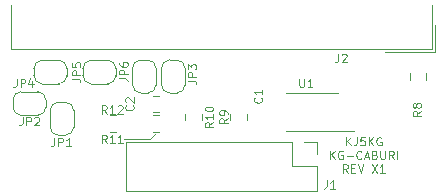
<source format=gbr>
%TF.GenerationSoftware,KiCad,Pcbnew,(5.1.6)-1*%
%TF.CreationDate,2021-02-17T18:40:25-08:00*%
%TF.ProjectId,kg-cable-asl,6b672d63-6162-46c6-952d-61736c2e6b69,rev?*%
%TF.SameCoordinates,Original*%
%TF.FileFunction,Legend,Top*%
%TF.FilePolarity,Positive*%
%FSLAX46Y46*%
G04 Gerber Fmt 4.6, Leading zero omitted, Abs format (unit mm)*
G04 Created by KiCad (PCBNEW (5.1.6)-1) date 2021-02-17 18:40:25*
%MOMM*%
%LPD*%
G01*
G04 APERTURE LIST*
%ADD10C,0.120000*%
%ADD11C,0.100000*%
G04 APERTURE END LIST*
D10*
X141750000Y-111750000D02*
X142250000Y-111250000D01*
X139500000Y-111750000D02*
X141750000Y-111750000D01*
D11*
X158316666Y-112266666D02*
X158316666Y-111566666D01*
X158716666Y-112266666D02*
X158416666Y-111866666D01*
X158716666Y-111566666D02*
X158316666Y-111966666D01*
X159216666Y-111566666D02*
X159216666Y-112066666D01*
X159183333Y-112166666D01*
X159116666Y-112233333D01*
X159016666Y-112266666D01*
X158950000Y-112266666D01*
X159883333Y-111566666D02*
X159550000Y-111566666D01*
X159516666Y-111900000D01*
X159550000Y-111866666D01*
X159616666Y-111833333D01*
X159783333Y-111833333D01*
X159850000Y-111866666D01*
X159883333Y-111900000D01*
X159916666Y-111966666D01*
X159916666Y-112133333D01*
X159883333Y-112200000D01*
X159850000Y-112233333D01*
X159783333Y-112266666D01*
X159616666Y-112266666D01*
X159550000Y-112233333D01*
X159516666Y-112200000D01*
X160216666Y-112266666D02*
X160216666Y-111566666D01*
X160616666Y-112266666D02*
X160316666Y-111866666D01*
X160616666Y-111566666D02*
X160216666Y-111966666D01*
X161283333Y-111600000D02*
X161216666Y-111566666D01*
X161116666Y-111566666D01*
X161016666Y-111600000D01*
X160950000Y-111666666D01*
X160916666Y-111733333D01*
X160883333Y-111866666D01*
X160883333Y-111966666D01*
X160916666Y-112100000D01*
X160950000Y-112166666D01*
X161016666Y-112233333D01*
X161116666Y-112266666D01*
X161183333Y-112266666D01*
X161283333Y-112233333D01*
X161316666Y-112200000D01*
X161316666Y-111966666D01*
X161183333Y-111966666D01*
X156950000Y-113416666D02*
X156950000Y-112716666D01*
X157350000Y-113416666D02*
X157050000Y-113016666D01*
X157350000Y-112716666D02*
X156950000Y-113116666D01*
X158016666Y-112750000D02*
X157950000Y-112716666D01*
X157850000Y-112716666D01*
X157750000Y-112750000D01*
X157683333Y-112816666D01*
X157650000Y-112883333D01*
X157616666Y-113016666D01*
X157616666Y-113116666D01*
X157650000Y-113250000D01*
X157683333Y-113316666D01*
X157750000Y-113383333D01*
X157850000Y-113416666D01*
X157916666Y-113416666D01*
X158016666Y-113383333D01*
X158050000Y-113350000D01*
X158050000Y-113116666D01*
X157916666Y-113116666D01*
X158350000Y-113150000D02*
X158883333Y-113150000D01*
X159616666Y-113350000D02*
X159583333Y-113383333D01*
X159483333Y-113416666D01*
X159416666Y-113416666D01*
X159316666Y-113383333D01*
X159250000Y-113316666D01*
X159216666Y-113250000D01*
X159183333Y-113116666D01*
X159183333Y-113016666D01*
X159216666Y-112883333D01*
X159250000Y-112816666D01*
X159316666Y-112750000D01*
X159416666Y-112716666D01*
X159483333Y-112716666D01*
X159583333Y-112750000D01*
X159616666Y-112783333D01*
X159883333Y-113216666D02*
X160216666Y-113216666D01*
X159816666Y-113416666D02*
X160050000Y-112716666D01*
X160283333Y-113416666D01*
X160750000Y-113050000D02*
X160850000Y-113083333D01*
X160883333Y-113116666D01*
X160916666Y-113183333D01*
X160916666Y-113283333D01*
X160883333Y-113350000D01*
X160850000Y-113383333D01*
X160783333Y-113416666D01*
X160516666Y-113416666D01*
X160516666Y-112716666D01*
X160750000Y-112716666D01*
X160816666Y-112750000D01*
X160850000Y-112783333D01*
X160883333Y-112850000D01*
X160883333Y-112916666D01*
X160850000Y-112983333D01*
X160816666Y-113016666D01*
X160750000Y-113050000D01*
X160516666Y-113050000D01*
X161216666Y-112716666D02*
X161216666Y-113283333D01*
X161250000Y-113350000D01*
X161283333Y-113383333D01*
X161350000Y-113416666D01*
X161483333Y-113416666D01*
X161550000Y-113383333D01*
X161583333Y-113350000D01*
X161616666Y-113283333D01*
X161616666Y-112716666D01*
X162350000Y-113416666D02*
X162116666Y-113083333D01*
X161950000Y-113416666D02*
X161950000Y-112716666D01*
X162216666Y-112716666D01*
X162283333Y-112750000D01*
X162316666Y-112783333D01*
X162350000Y-112850000D01*
X162350000Y-112950000D01*
X162316666Y-113016666D01*
X162283333Y-113050000D01*
X162216666Y-113083333D01*
X161950000Y-113083333D01*
X162650000Y-113416666D02*
X162650000Y-112716666D01*
X158466666Y-114566666D02*
X158233333Y-114233333D01*
X158066666Y-114566666D02*
X158066666Y-113866666D01*
X158333333Y-113866666D01*
X158400000Y-113900000D01*
X158433333Y-113933333D01*
X158466666Y-114000000D01*
X158466666Y-114100000D01*
X158433333Y-114166666D01*
X158400000Y-114200000D01*
X158333333Y-114233333D01*
X158066666Y-114233333D01*
X158766666Y-114200000D02*
X159000000Y-114200000D01*
X159100000Y-114566666D02*
X158766666Y-114566666D01*
X158766666Y-113866666D01*
X159100000Y-113866666D01*
X159300000Y-113866666D02*
X159533333Y-114566666D01*
X159766666Y-113866666D01*
X160466666Y-113866666D02*
X160933333Y-114566666D01*
X160933333Y-113866666D02*
X160466666Y-114566666D01*
X161566666Y-114566666D02*
X161166666Y-114566666D01*
X161366666Y-114566666D02*
X161366666Y-113866666D01*
X161300000Y-113966666D01*
X161233333Y-114033333D01*
X161166666Y-114066666D01*
D10*
%TO.C,R12*%
X138338748Y-109690000D02*
X138861252Y-109690000D01*
X138338748Y-111110000D02*
X138861252Y-111110000D01*
%TO.C,R11*%
X141988748Y-109690000D02*
X142511252Y-109690000D01*
X141988748Y-111110000D02*
X142511252Y-111110000D01*
%TO.C,C2*%
X142511252Y-109460000D02*
X141988748Y-109460000D01*
X142511252Y-108040000D02*
X141988748Y-108040000D01*
%TO.C,J1*%
X139712900Y-111970000D02*
X139712900Y-116090000D01*
X153772900Y-111970000D02*
X139712900Y-111970000D01*
X155832900Y-116090000D02*
X139712900Y-116090000D01*
X153772900Y-111970000D02*
X153772900Y-114030000D01*
X153772900Y-114030000D02*
X155832900Y-114030000D01*
X155832900Y-114030000D02*
X155832900Y-116090000D01*
X154772900Y-111970000D02*
X155832900Y-111970000D01*
X155832900Y-111970000D02*
X155832900Y-113030000D01*
%TO.C,R10*%
X146125000Y-109593748D02*
X146125000Y-110116252D01*
X144705000Y-109593748D02*
X144705000Y-110116252D01*
%TO.C,R9*%
X149935000Y-109593748D02*
X149935000Y-110116252D01*
X148515000Y-109593748D02*
X148515000Y-110116252D01*
%TO.C,R8*%
X163682900Y-106687252D02*
X163682900Y-106164748D01*
X165102900Y-106687252D02*
X165102900Y-106164748D01*
%TO.C,U1*%
X155400000Y-111010000D02*
X159000000Y-111010000D01*
X155400000Y-111010000D02*
X153200000Y-111010000D01*
X155400000Y-107790000D02*
X157600000Y-107790000D01*
X155400000Y-107790000D02*
X153200000Y-107790000D01*
%TO.C,JP6*%
X140224000Y-107126000D02*
X140224000Y-105726000D01*
X140924000Y-105026000D02*
X141524000Y-105026000D01*
X142224000Y-105726000D02*
X142224000Y-107126000D01*
X141524000Y-107826000D02*
X140924000Y-107826000D01*
X140924000Y-107826000D02*
G75*
G02*
X140224000Y-107126000I0J700000D01*
G01*
X142224000Y-107126000D02*
G75*
G02*
X141524000Y-107826000I-700000J0D01*
G01*
X141524000Y-105026000D02*
G75*
G02*
X142224000Y-105726000I0J-700000D01*
G01*
X140224000Y-105726000D02*
G75*
G02*
X140924000Y-105026000I700000J0D01*
G01*
%TO.C,JP5*%
X138127900Y-107045000D02*
X136727900Y-107045000D01*
X136027900Y-106345000D02*
X136027900Y-105745000D01*
X136727900Y-105045000D02*
X138127900Y-105045000D01*
X138827900Y-105745000D02*
X138827900Y-106345000D01*
X138827900Y-106345000D02*
G75*
G02*
X138127900Y-107045000I-700000J0D01*
G01*
X138127900Y-105045000D02*
G75*
G02*
X138827900Y-105745000I0J-700000D01*
G01*
X136027900Y-105745000D02*
G75*
G02*
X136727900Y-105045000I700000J0D01*
G01*
X136727900Y-107045000D02*
G75*
G02*
X136027900Y-106345000I0J700000D01*
G01*
%TO.C,JP4*%
X132572900Y-105045000D02*
X133972900Y-105045000D01*
X134672900Y-105745000D02*
X134672900Y-106345000D01*
X133972900Y-107045000D02*
X132572900Y-107045000D01*
X131872900Y-106345000D02*
X131872900Y-105745000D01*
X131872900Y-105745000D02*
G75*
G02*
X132572900Y-105045000I700000J0D01*
G01*
X132572900Y-107045000D02*
G75*
G02*
X131872900Y-106345000I0J700000D01*
G01*
X134672900Y-106345000D02*
G75*
G02*
X133972900Y-107045000I-700000J0D01*
G01*
X133972900Y-105045000D02*
G75*
G02*
X134672900Y-105745000I0J-700000D01*
G01*
%TO.C,JP3*%
X142673000Y-107126000D02*
X142673000Y-105726000D01*
X143373000Y-105026000D02*
X143973000Y-105026000D01*
X144673000Y-105726000D02*
X144673000Y-107126000D01*
X143973000Y-107826000D02*
X143373000Y-107826000D01*
X143373000Y-107826000D02*
G75*
G02*
X142673000Y-107126000I0J700000D01*
G01*
X144673000Y-107126000D02*
G75*
G02*
X143973000Y-107826000I-700000J0D01*
G01*
X143973000Y-105026000D02*
G75*
G02*
X144673000Y-105726000I0J-700000D01*
G01*
X142673000Y-105726000D02*
G75*
G02*
X143373000Y-105026000I700000J0D01*
G01*
%TO.C,JP2*%
X132200000Y-109712000D02*
X130800000Y-109712000D01*
X130100000Y-109012000D02*
X130100000Y-108412000D01*
X130800000Y-107712000D02*
X132200000Y-107712000D01*
X132900000Y-108412000D02*
X132900000Y-109012000D01*
X132900000Y-109012000D02*
G75*
G02*
X132200000Y-109712000I-700000J0D01*
G01*
X132200000Y-107712000D02*
G75*
G02*
X132900000Y-108412000I0J-700000D01*
G01*
X130100000Y-108412000D02*
G75*
G02*
X130800000Y-107712000I700000J0D01*
G01*
X130800000Y-109712000D02*
G75*
G02*
X130100000Y-109012000I0J700000D01*
G01*
%TO.C,JP1*%
X133250000Y-110700000D02*
X133250000Y-109300000D01*
X133950000Y-108600000D02*
X134550000Y-108600000D01*
X135250000Y-109300000D02*
X135250000Y-110700000D01*
X134550000Y-111400000D02*
X133950000Y-111400000D01*
X133950000Y-111400000D02*
G75*
G02*
X133250000Y-110700000I0J700000D01*
G01*
X135250000Y-110700000D02*
G75*
G02*
X134550000Y-111400000I-700000J0D01*
G01*
X134550000Y-108600000D02*
G75*
G02*
X135250000Y-109300000I0J-700000D01*
G01*
X133250000Y-109300000D02*
G75*
G02*
X133950000Y-108600000I700000J0D01*
G01*
%TO.C,J2*%
X165816233Y-104348000D02*
X161622900Y-104348000D01*
X165816233Y-102108000D02*
X165816233Y-104348000D01*
X165576233Y-104108000D02*
X165576233Y-100368000D01*
X129969567Y-104108000D02*
X165576233Y-104108000D01*
X129969567Y-100368000D02*
X129969567Y-104108000D01*
%TO.C,R12*%
D11*
X138050000Y-109566666D02*
X137816666Y-109233333D01*
X137650000Y-109566666D02*
X137650000Y-108866666D01*
X137916666Y-108866666D01*
X137983333Y-108900000D01*
X138016666Y-108933333D01*
X138050000Y-109000000D01*
X138050000Y-109100000D01*
X138016666Y-109166666D01*
X137983333Y-109200000D01*
X137916666Y-109233333D01*
X137650000Y-109233333D01*
X138716666Y-109566666D02*
X138316666Y-109566666D01*
X138516666Y-109566666D02*
X138516666Y-108866666D01*
X138450000Y-108966666D01*
X138383333Y-109033333D01*
X138316666Y-109066666D01*
X138983333Y-108933333D02*
X139016666Y-108900000D01*
X139083333Y-108866666D01*
X139250000Y-108866666D01*
X139316666Y-108900000D01*
X139350000Y-108933333D01*
X139383333Y-109000000D01*
X139383333Y-109066666D01*
X139350000Y-109166666D01*
X138950000Y-109566666D01*
X139383333Y-109566666D01*
%TO.C,R11*%
X138050000Y-112066666D02*
X137816666Y-111733333D01*
X137650000Y-112066666D02*
X137650000Y-111366666D01*
X137916666Y-111366666D01*
X137983333Y-111400000D01*
X138016666Y-111433333D01*
X138050000Y-111500000D01*
X138050000Y-111600000D01*
X138016666Y-111666666D01*
X137983333Y-111700000D01*
X137916666Y-111733333D01*
X137650000Y-111733333D01*
X138716666Y-112066666D02*
X138316666Y-112066666D01*
X138516666Y-112066666D02*
X138516666Y-111366666D01*
X138450000Y-111466666D01*
X138383333Y-111533333D01*
X138316666Y-111566666D01*
X139383333Y-112066666D02*
X138983333Y-112066666D01*
X139183333Y-112066666D02*
X139183333Y-111366666D01*
X139116666Y-111466666D01*
X139050000Y-111533333D01*
X138983333Y-111566666D01*
%TO.C,C2*%
X140250000Y-108866666D02*
X140283333Y-108900000D01*
X140316666Y-109000000D01*
X140316666Y-109066666D01*
X140283333Y-109166666D01*
X140216666Y-109233333D01*
X140150000Y-109266666D01*
X140016666Y-109300000D01*
X139916666Y-109300000D01*
X139783333Y-109266666D01*
X139716666Y-109233333D01*
X139650000Y-109166666D01*
X139616666Y-109066666D01*
X139616666Y-109000000D01*
X139650000Y-108900000D01*
X139683333Y-108866666D01*
X139683333Y-108600000D02*
X139650000Y-108566666D01*
X139616666Y-108500000D01*
X139616666Y-108333333D01*
X139650000Y-108266666D01*
X139683333Y-108233333D01*
X139750000Y-108200000D01*
X139816666Y-108200000D01*
X139916666Y-108233333D01*
X140316666Y-108633333D01*
X140316666Y-108200000D01*
%TO.C,J1*%
X156666666Y-115216666D02*
X156666666Y-115716666D01*
X156633333Y-115816666D01*
X156566666Y-115883333D01*
X156466666Y-115916666D01*
X156400000Y-115916666D01*
X157366666Y-115916666D02*
X156966666Y-115916666D01*
X157166666Y-115916666D02*
X157166666Y-115216666D01*
X157100000Y-115316666D01*
X157033333Y-115383333D01*
X156966666Y-115416666D01*
%TO.C,R10*%
X147066666Y-110305000D02*
X146733333Y-110538333D01*
X147066666Y-110705000D02*
X146366666Y-110705000D01*
X146366666Y-110438333D01*
X146400000Y-110371666D01*
X146433333Y-110338333D01*
X146500000Y-110305000D01*
X146600000Y-110305000D01*
X146666666Y-110338333D01*
X146700000Y-110371666D01*
X146733333Y-110438333D01*
X146733333Y-110705000D01*
X147066666Y-109638333D02*
X147066666Y-110038333D01*
X147066666Y-109838333D02*
X146366666Y-109838333D01*
X146466666Y-109905000D01*
X146533333Y-109971666D01*
X146566666Y-110038333D01*
X146366666Y-109205000D02*
X146366666Y-109138333D01*
X146400000Y-109071666D01*
X146433333Y-109038333D01*
X146500000Y-109005000D01*
X146633333Y-108971666D01*
X146800000Y-108971666D01*
X146933333Y-109005000D01*
X147000000Y-109038333D01*
X147033333Y-109071666D01*
X147066666Y-109138333D01*
X147066666Y-109205000D01*
X147033333Y-109271666D01*
X147000000Y-109305000D01*
X146933333Y-109338333D01*
X146800000Y-109371666D01*
X146633333Y-109371666D01*
X146500000Y-109338333D01*
X146433333Y-109305000D01*
X146400000Y-109271666D01*
X146366666Y-109205000D01*
%TO.C,R9*%
X148271666Y-109971666D02*
X147938333Y-110205000D01*
X148271666Y-110371666D02*
X147571666Y-110371666D01*
X147571666Y-110105000D01*
X147605000Y-110038333D01*
X147638333Y-110005000D01*
X147705000Y-109971666D01*
X147805000Y-109971666D01*
X147871666Y-110005000D01*
X147905000Y-110038333D01*
X147938333Y-110105000D01*
X147938333Y-110371666D01*
X148271666Y-109638333D02*
X148271666Y-109505000D01*
X148238333Y-109438333D01*
X148205000Y-109405000D01*
X148105000Y-109338333D01*
X147971666Y-109305000D01*
X147705000Y-109305000D01*
X147638333Y-109338333D01*
X147605000Y-109371666D01*
X147571666Y-109438333D01*
X147571666Y-109571666D01*
X147605000Y-109638333D01*
X147638333Y-109671666D01*
X147705000Y-109705000D01*
X147871666Y-109705000D01*
X147938333Y-109671666D01*
X147971666Y-109638333D01*
X148005000Y-109571666D01*
X148005000Y-109438333D01*
X147971666Y-109371666D01*
X147938333Y-109338333D01*
X147871666Y-109305000D01*
%TO.C,R8*%
X164654666Y-109336666D02*
X164321333Y-109570000D01*
X164654666Y-109736666D02*
X163954666Y-109736666D01*
X163954666Y-109470000D01*
X163988000Y-109403333D01*
X164021333Y-109370000D01*
X164088000Y-109336666D01*
X164188000Y-109336666D01*
X164254666Y-109370000D01*
X164288000Y-109403333D01*
X164321333Y-109470000D01*
X164321333Y-109736666D01*
X164254666Y-108936666D02*
X164221333Y-109003333D01*
X164188000Y-109036666D01*
X164121333Y-109070000D01*
X164088000Y-109070000D01*
X164021333Y-109036666D01*
X163988000Y-109003333D01*
X163954666Y-108936666D01*
X163954666Y-108803333D01*
X163988000Y-108736666D01*
X164021333Y-108703333D01*
X164088000Y-108670000D01*
X164121333Y-108670000D01*
X164188000Y-108703333D01*
X164221333Y-108736666D01*
X164254666Y-108803333D01*
X164254666Y-108936666D01*
X164288000Y-109003333D01*
X164321333Y-109036666D01*
X164388000Y-109070000D01*
X164521333Y-109070000D01*
X164588000Y-109036666D01*
X164621333Y-109003333D01*
X164654666Y-108936666D01*
X164654666Y-108803333D01*
X164621333Y-108736666D01*
X164588000Y-108703333D01*
X164521333Y-108670000D01*
X164388000Y-108670000D01*
X164321333Y-108703333D01*
X164288000Y-108736666D01*
X164254666Y-108803333D01*
%TO.C,C1*%
X151150000Y-108216666D02*
X151183333Y-108250000D01*
X151216666Y-108350000D01*
X151216666Y-108416666D01*
X151183333Y-108516666D01*
X151116666Y-108583333D01*
X151050000Y-108616666D01*
X150916666Y-108650000D01*
X150816666Y-108650000D01*
X150683333Y-108616666D01*
X150616666Y-108583333D01*
X150550000Y-108516666D01*
X150516666Y-108416666D01*
X150516666Y-108350000D01*
X150550000Y-108250000D01*
X150583333Y-108216666D01*
X151216666Y-107550000D02*
X151216666Y-107950000D01*
X151216666Y-107750000D02*
X150516666Y-107750000D01*
X150616666Y-107816666D01*
X150683333Y-107883333D01*
X150716666Y-107950000D01*
%TO.C,U1*%
X154366666Y-106616666D02*
X154366666Y-107183333D01*
X154400000Y-107250000D01*
X154433333Y-107283333D01*
X154500000Y-107316666D01*
X154633333Y-107316666D01*
X154700000Y-107283333D01*
X154733333Y-107250000D01*
X154766666Y-107183333D01*
X154766666Y-106616666D01*
X155466666Y-107316666D02*
X155066666Y-107316666D01*
X155266666Y-107316666D02*
X155266666Y-106616666D01*
X155200000Y-106716666D01*
X155133333Y-106783333D01*
X155066666Y-106816666D01*
%TO.C,JP6*%
X139116666Y-106583333D02*
X139616666Y-106583333D01*
X139716666Y-106616666D01*
X139783333Y-106683333D01*
X139816666Y-106783333D01*
X139816666Y-106850000D01*
X139816666Y-106250000D02*
X139116666Y-106250000D01*
X139116666Y-105983333D01*
X139150000Y-105916666D01*
X139183333Y-105883333D01*
X139250000Y-105850000D01*
X139350000Y-105850000D01*
X139416666Y-105883333D01*
X139450000Y-105916666D01*
X139483333Y-105983333D01*
X139483333Y-106250000D01*
X139116666Y-105250000D02*
X139116666Y-105383333D01*
X139150000Y-105450000D01*
X139183333Y-105483333D01*
X139283333Y-105550000D01*
X139416666Y-105583333D01*
X139683333Y-105583333D01*
X139750000Y-105550000D01*
X139783333Y-105516666D01*
X139816666Y-105450000D01*
X139816666Y-105316666D01*
X139783333Y-105250000D01*
X139750000Y-105216666D01*
X139683333Y-105183333D01*
X139516666Y-105183333D01*
X139450000Y-105216666D01*
X139416666Y-105250000D01*
X139383333Y-105316666D01*
X139383333Y-105450000D01*
X139416666Y-105516666D01*
X139450000Y-105550000D01*
X139516666Y-105583333D01*
%TO.C,JP5*%
X135116666Y-106628333D02*
X135616666Y-106628333D01*
X135716666Y-106661666D01*
X135783333Y-106728333D01*
X135816666Y-106828333D01*
X135816666Y-106895000D01*
X135816666Y-106295000D02*
X135116666Y-106295000D01*
X135116666Y-106028333D01*
X135150000Y-105961666D01*
X135183333Y-105928333D01*
X135250000Y-105895000D01*
X135350000Y-105895000D01*
X135416666Y-105928333D01*
X135450000Y-105961666D01*
X135483333Y-106028333D01*
X135483333Y-106295000D01*
X135116666Y-105261666D02*
X135116666Y-105595000D01*
X135450000Y-105628333D01*
X135416666Y-105595000D01*
X135383333Y-105528333D01*
X135383333Y-105361666D01*
X135416666Y-105295000D01*
X135450000Y-105261666D01*
X135516666Y-105228333D01*
X135683333Y-105228333D01*
X135750000Y-105261666D01*
X135783333Y-105295000D01*
X135816666Y-105361666D01*
X135816666Y-105528333D01*
X135783333Y-105595000D01*
X135750000Y-105628333D01*
%TO.C,JP4*%
X130416666Y-106616666D02*
X130416666Y-107116666D01*
X130383333Y-107216666D01*
X130316666Y-107283333D01*
X130216666Y-107316666D01*
X130150000Y-107316666D01*
X130750000Y-107316666D02*
X130750000Y-106616666D01*
X131016666Y-106616666D01*
X131083333Y-106650000D01*
X131116666Y-106683333D01*
X131150000Y-106750000D01*
X131150000Y-106850000D01*
X131116666Y-106916666D01*
X131083333Y-106950000D01*
X131016666Y-106983333D01*
X130750000Y-106983333D01*
X131750000Y-106850000D02*
X131750000Y-107316666D01*
X131583333Y-106583333D02*
X131416666Y-107083333D01*
X131850000Y-107083333D01*
%TO.C,JP3*%
X144916666Y-106783333D02*
X145416666Y-106783333D01*
X145516666Y-106816666D01*
X145583333Y-106883333D01*
X145616666Y-106983333D01*
X145616666Y-107050000D01*
X145616666Y-106450000D02*
X144916666Y-106450000D01*
X144916666Y-106183333D01*
X144950000Y-106116666D01*
X144983333Y-106083333D01*
X145050000Y-106050000D01*
X145150000Y-106050000D01*
X145216666Y-106083333D01*
X145250000Y-106116666D01*
X145283333Y-106183333D01*
X145283333Y-106450000D01*
X144916666Y-105816666D02*
X144916666Y-105383333D01*
X145183333Y-105616666D01*
X145183333Y-105516666D01*
X145216666Y-105450000D01*
X145250000Y-105416666D01*
X145316666Y-105383333D01*
X145483333Y-105383333D01*
X145550000Y-105416666D01*
X145583333Y-105450000D01*
X145616666Y-105516666D01*
X145616666Y-105716666D01*
X145583333Y-105783333D01*
X145550000Y-105816666D01*
%TO.C,JP2*%
X130916666Y-109866666D02*
X130916666Y-110366666D01*
X130883333Y-110466666D01*
X130816666Y-110533333D01*
X130716666Y-110566666D01*
X130650000Y-110566666D01*
X131250000Y-110566666D02*
X131250000Y-109866666D01*
X131516666Y-109866666D01*
X131583333Y-109900000D01*
X131616666Y-109933333D01*
X131650000Y-110000000D01*
X131650000Y-110100000D01*
X131616666Y-110166666D01*
X131583333Y-110200000D01*
X131516666Y-110233333D01*
X131250000Y-110233333D01*
X131916666Y-109933333D02*
X131950000Y-109900000D01*
X132016666Y-109866666D01*
X132183333Y-109866666D01*
X132250000Y-109900000D01*
X132283333Y-109933333D01*
X132316666Y-110000000D01*
X132316666Y-110066666D01*
X132283333Y-110166666D01*
X131883333Y-110566666D01*
X132316666Y-110566666D01*
%TO.C,JP1*%
X133616666Y-111616666D02*
X133616666Y-112116666D01*
X133583333Y-112216666D01*
X133516666Y-112283333D01*
X133416666Y-112316666D01*
X133350000Y-112316666D01*
X133950000Y-112316666D02*
X133950000Y-111616666D01*
X134216666Y-111616666D01*
X134283333Y-111650000D01*
X134316666Y-111683333D01*
X134350000Y-111750000D01*
X134350000Y-111850000D01*
X134316666Y-111916666D01*
X134283333Y-111950000D01*
X134216666Y-111983333D01*
X133950000Y-111983333D01*
X135016666Y-112316666D02*
X134616666Y-112316666D01*
X134816666Y-112316666D02*
X134816666Y-111616666D01*
X134750000Y-111716666D01*
X134683333Y-111783333D01*
X134616666Y-111816666D01*
%TO.C,J2*%
X157666666Y-104516666D02*
X157666666Y-105016666D01*
X157633333Y-105116666D01*
X157566666Y-105183333D01*
X157466666Y-105216666D01*
X157400000Y-105216666D01*
X157966666Y-104583333D02*
X158000000Y-104550000D01*
X158066666Y-104516666D01*
X158233333Y-104516666D01*
X158300000Y-104550000D01*
X158333333Y-104583333D01*
X158366666Y-104650000D01*
X158366666Y-104716666D01*
X158333333Y-104816666D01*
X157933333Y-105216666D01*
X158366666Y-105216666D01*
%TD*%
M02*

</source>
